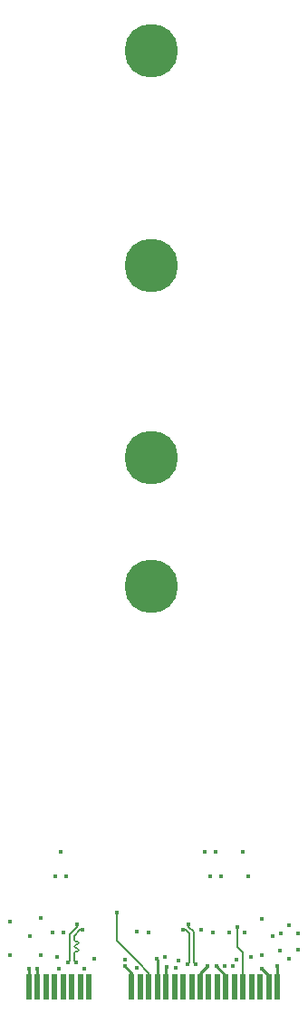
<source format=gbl>
%TF.GenerationSoftware,KiCad,Pcbnew,7.0.11-2.fc39*%
%TF.CreationDate,2024-03-17T16:29:43+01:00*%
%TF.ProjectId,mini-pcie-m.2-key-m-adapter,6d696e69-2d70-4636-9965-2d6d2e322d6b,rev?*%
%TF.SameCoordinates,Original*%
%TF.FileFunction,Copper,L4,Bot*%
%TF.FilePolarity,Positive*%
%FSLAX46Y46*%
G04 Gerber Fmt 4.6, Leading zero omitted, Abs format (unit mm)*
G04 Created by KiCad (PCBNEW 7.0.11-2.fc39) date 2024-03-17 16:29:43*
%MOMM*%
%LPD*%
G01*
G04 APERTURE LIST*
%TA.AperFunction,SMDPad,CuDef*%
%ADD10R,0.600000X2.350000*%
%TD*%
%TA.AperFunction,ComponentPad*%
%ADD11C,5.000000*%
%TD*%
%TA.AperFunction,ViaPad*%
%ADD12C,0.450000*%
%TD*%
%TA.AperFunction,Conductor*%
%ADD13C,0.200000*%
%TD*%
%TA.AperFunction,Conductor*%
%ADD14C,0.250000*%
%TD*%
%TA.AperFunction,Conductor*%
%ADD15C,0.127000*%
%TD*%
G04 APERTURE END LIST*
D10*
%TO.P,J1,2,+3.3Vaux*%
%TO.N,+3V3*%
X52450000Y-78625000D03*
%TO.P,J1,4,GND*%
%TO.N,GND*%
X53250000Y-78625000D03*
%TO.P,J1,6,+1.5V*%
%TO.N,unconnected-(J1-Pad6)*%
X54050000Y-78625000D03*
%TO.P,J1,8,UIM_PWR*%
%TO.N,unconnected-(J1-Pad8)*%
X54850000Y-78625000D03*
%TO.P,J1,10,UIM_DATA*%
%TO.N,unconnected-(J1-Pad10)*%
X55650000Y-78625000D03*
%TO.P,J1,12,UIM_CLK*%
%TO.N,unconnected-(J1-Pad12)*%
X56450000Y-78625000D03*
%TO.P,J1,14,UIM_RESET*%
%TO.N,unconnected-(J1-Pad14)*%
X57250000Y-78625000D03*
%TO.P,J1,16,UIM_VPP*%
%TO.N,unconnected-(J1-Pad16)*%
X58050000Y-78625000D03*
%TO.P,J1,18,GND*%
%TO.N,GND*%
X62050000Y-78625000D03*
%TO.P,J1,20,~{W_DISABLE}*%
%TO.N,unconnected-(J1-Pad20)*%
X62850000Y-78625000D03*
%TO.P,J1,22,~{PERST}*%
%TO.N,/~{RST}*%
X63650000Y-78625000D03*
%TO.P,J1,24,+3.3Vaux*%
%TO.N,+3V3*%
X64450000Y-78625000D03*
%TO.P,J1,26,GND*%
%TO.N,GND*%
X65250000Y-78625000D03*
%TO.P,J1,28,+1.5V*%
%TO.N,unconnected-(J1-Pad28)*%
X66050000Y-78625000D03*
%TO.P,J1,30,SMB_CLK*%
%TO.N,unconnected-(J1-Pad30)*%
X66850000Y-78625000D03*
%TO.P,J1,32,SMB_DATA*%
%TO.N,unconnected-(J1-Pad32)*%
X67650000Y-78625000D03*
%TO.P,J1,34,GND*%
%TO.N,GND*%
X68450000Y-78625000D03*
%TO.P,J1,36,USB_D-*%
%TO.N,unconnected-(J1-Pad36)*%
X69250000Y-78625000D03*
%TO.P,J1,38,USB_D+*%
%TO.N,unconnected-(J1-Pad38)*%
X70050000Y-78625000D03*
%TO.P,J1,40,GND*%
%TO.N,GND*%
X70850000Y-78625000D03*
%TO.P,J1,42,~{LED_WWAN}*%
%TO.N,unconnected-(J1-Pad42)*%
X71650000Y-78625000D03*
%TO.P,J1,44,~{LED_WLAN}*%
%TO.N,/~{LED}*%
X72450000Y-78625000D03*
%TO.P,J1,46,~{LED_WPAN}*%
%TO.N,unconnected-(J1-Pad46)*%
X73250000Y-78625000D03*
%TO.P,J1,48,+1.5V*%
%TO.N,unconnected-(J1-Pad48)*%
X74050000Y-78625000D03*
%TO.P,J1,50,GND*%
%TO.N,GND*%
X74850000Y-78625000D03*
%TO.P,J1,52,+3.3Vaux*%
%TO.N,+3V3*%
X75650000Y-78625000D03*
%TD*%
D11*
%TO.P,,1,1*%
%TO.N,GND*%
X63875000Y-41175000D03*
%TD*%
%TO.P,,1,1*%
%TO.N,GND*%
X63875000Y-29175000D03*
%TD*%
%TO.P,,1,1*%
%TO.N,GND*%
X63875000Y-11175000D03*
%TD*%
%TO.P,,1,1*%
%TO.N,GND*%
X63875000Y8825000D03*
%TD*%
D12*
%TO.N,GND*%
X55100000Y-75850000D03*
X53550000Y-72200000D03*
X69100000Y-76700000D03*
X53250000Y-76950000D03*
X61450000Y-76050000D03*
X74250000Y-75650000D03*
X50650000Y-72475000D03*
X55650000Y-73550000D03*
X68550000Y-73300000D03*
X65150000Y-75850000D03*
X66200000Y-76800000D03*
X52550000Y-73900000D03*
X71800000Y-76100000D03*
X75950000Y-73650000D03*
X54650000Y-73550000D03*
X66400000Y-76150000D03*
X58550000Y-75950000D03*
X65350000Y-76750000D03*
X63650000Y-73550000D03*
X76750000Y-72850000D03*
X53550000Y-75650000D03*
X71150000Y-73550000D03*
X70000000Y-76700000D03*
X74200000Y-72250000D03*
X74250000Y-76950000D03*
X75200000Y-73900000D03*
X57650000Y-76950000D03*
X72600000Y-73550000D03*
X69600000Y-73550000D03*
X73150000Y-75850000D03*
X77600000Y-73600000D03*
X62550000Y-73450000D03*
X62550000Y-76850000D03*
X55250000Y-76950000D03*
X61450000Y-76700000D03*
%TO.N,/TX-*%
X67275000Y-76515678D03*
X66834834Y-73265166D03*
%TO.N,/TX+*%
X68025000Y-76515678D03*
X67365166Y-72734834D03*
%TO.N,+3V3*%
X72900000Y-68300000D03*
X72400000Y-66000000D03*
X70750000Y-76700000D03*
X52450000Y-76950000D03*
X69900000Y-66000000D03*
X70400000Y-68250000D03*
X71500000Y-76700000D03*
X54900000Y-68300000D03*
X75900000Y-75200000D03*
X64350000Y-75950000D03*
X75650000Y-76700000D03*
X76750000Y-76000000D03*
X77600000Y-75150000D03*
X69400000Y-68250000D03*
X68900000Y-66000000D03*
X55400000Y-66000000D03*
X50650000Y-75675000D03*
X55900000Y-68300000D03*
%TO.N,/CLK+*%
X57465166Y-73265166D03*
X56825000Y-76300000D03*
%TO.N,/CLK-*%
X56075000Y-76300000D03*
X56934834Y-72734834D03*
%TO.N,/~{RST}*%
X60650000Y-71650000D03*
%TO.N,/~{LED}*%
X71900000Y-73050000D03*
%TD*%
D13*
%TO.N,/TX+*%
X68025000Y-76515678D02*
X67850000Y-76340678D01*
X67850000Y-76340678D02*
X67850000Y-73467157D01*
%TO.N,/TX-*%
X67450000Y-73632843D02*
X67082323Y-73265166D01*
%TO.N,/TX+*%
X67850000Y-73467157D02*
X67365166Y-72982323D01*
%TO.N,/TX-*%
X67450000Y-76340678D02*
X67450000Y-73632843D01*
%TO.N,/TX+*%
X67365166Y-72982323D02*
X67365166Y-72734834D01*
%TO.N,/TX-*%
X67082323Y-73265166D02*
X66834834Y-73265166D01*
X67275000Y-76515678D02*
X67450000Y-76340678D01*
%TO.N,/CLK+*%
X56958228Y-74994500D02*
X56813500Y-74994500D01*
X56813500Y-75321500D02*
X56958228Y-75321500D01*
X56958228Y-74340500D02*
X56813500Y-74340500D01*
X56650000Y-76125000D02*
X56650000Y-75485000D01*
X56813500Y-74667500D02*
G75*
G03*
X56650000Y-74831000I0J-163500D01*
G01*
X56958228Y-75321528D02*
G75*
G03*
X57121728Y-75158000I-28J163528D01*
G01*
X56813500Y-75321500D02*
G75*
G03*
X56650000Y-75485000I0J-163500D01*
G01*
X57121700Y-75158000D02*
G75*
G03*
X56958228Y-74994500I-163500J0D01*
G01*
X56813500Y-74667500D02*
X56958228Y-74667500D01*
X56650000Y-74177000D02*
X56650000Y-73832843D01*
X56650000Y-73832843D02*
X57217677Y-73265166D01*
X56825000Y-76300000D02*
X56650000Y-76125000D01*
X56650000Y-74177000D02*
G75*
G03*
X56813500Y-74340500I163500J0D01*
G01*
X56958228Y-74667528D02*
G75*
G03*
X57121728Y-74504000I-28J163528D01*
G01*
X57121700Y-74504000D02*
G75*
G03*
X56958228Y-74340500I-163500J0D01*
G01*
X56650000Y-74831000D02*
G75*
G03*
X56813500Y-74994500I163500J0D01*
G01*
X57217677Y-73265166D02*
X57465166Y-73265166D01*
%TO.N,/CLK-*%
X56250000Y-73667157D02*
X56934834Y-72982323D01*
X56075000Y-76300000D02*
X56250000Y-76125000D01*
X56250000Y-76125000D02*
X56250000Y-73667157D01*
X56934834Y-72982323D02*
X56934834Y-72734834D01*
D14*
%TO.N,GND*%
X70000000Y-76700000D02*
X70850000Y-77550000D01*
X62050000Y-78625000D02*
X62050000Y-77300000D01*
X65250000Y-76850000D02*
X65350000Y-76750000D01*
X74850000Y-77550000D02*
X74250000Y-76950000D01*
X65250000Y-78625000D02*
X65250000Y-76850000D01*
X53250000Y-78625000D02*
X53250000Y-76950000D01*
X74850000Y-78625000D02*
X74850000Y-77550000D01*
X70850000Y-77550000D02*
X70850000Y-78650000D01*
X68450000Y-78625000D02*
X68450000Y-77350000D01*
X68450000Y-77350000D02*
X69100000Y-76700000D01*
X62050000Y-77300000D02*
X61450000Y-76700000D01*
%TO.N,+3V3*%
X52450000Y-78625000D02*
X52450000Y-76950000D01*
X64450000Y-76050000D02*
X64350000Y-75950000D01*
X64450000Y-78625000D02*
X64450000Y-76050000D01*
X75650000Y-78625000D02*
X75650000Y-76700000D01*
D15*
%TO.N,/~{RST}*%
X62450000Y-76100000D02*
X60650000Y-74300000D01*
X63650000Y-78625000D02*
X63650000Y-77300000D01*
X60650000Y-73050000D02*
X60650000Y-71650000D01*
X62600000Y-76250000D02*
X62450000Y-76100000D01*
X60650000Y-74300000D02*
X60650000Y-73050000D01*
X63650000Y-77300000D02*
X62600000Y-76250000D01*
%TO.N,/~{LED}*%
X72450000Y-75400000D02*
X71900000Y-74850000D01*
X71900000Y-74850000D02*
X71900000Y-73050000D01*
X72450000Y-78625000D02*
X72450000Y-75400000D01*
%TD*%
M02*

</source>
